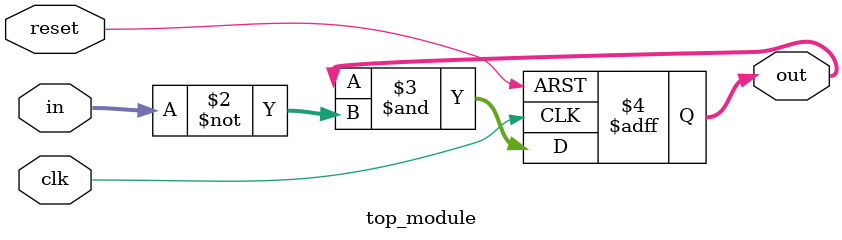
<source format=sv>
module top_module(
  input clk,
  input reset,
  input [31:0] in,
  output reg [31:0] out);

  always @(posedge clk, posedge reset) begin
    if (reset) begin
      out <= 0; // reset the output register
    end else begin
      out <= out & (~in); // capture the changes from 1 to 0
    end
  end
  
endmodule

</source>
